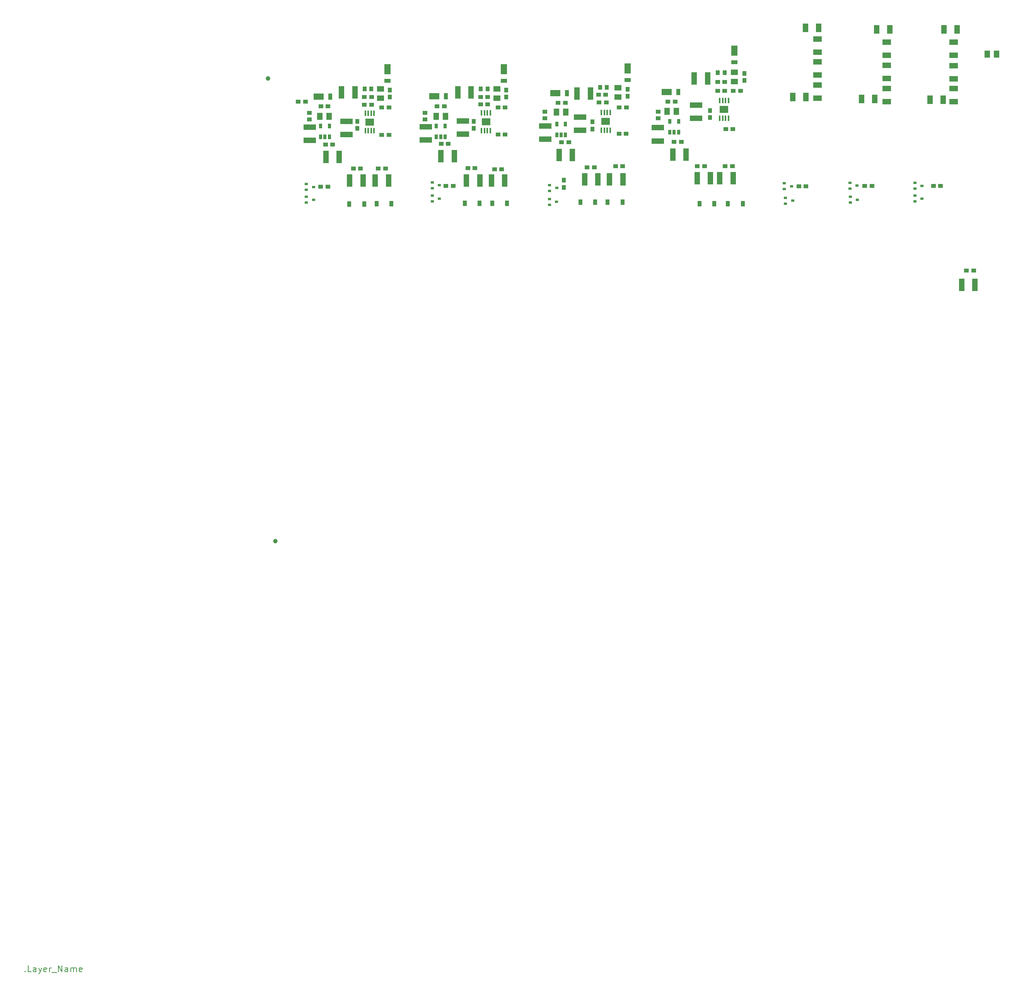
<source format=gbr>
%TF.GenerationSoftware,KiCad,Pcbnew,(5.99.0-10177-gd878cbddbc)*%
%TF.CreationDate,2021-05-11T02:45:32+02:00*%
%TF.ProjectId,TIDA-00555_E2,54494441-2d30-4303-9535-355f45322e6b,rev?*%
%TF.SameCoordinates,Original*%
%TF.FileFunction,Paste,Bot*%
%TF.FilePolarity,Positive*%
%FSLAX46Y46*%
G04 Gerber Fmt 4.6, Leading zero omitted, Abs format (unit mm)*
G04 Created by KiCad (PCBNEW (5.99.0-10177-gd878cbddbc)) date 2021-05-11 02:45:32*
%MOMM*%
%LPD*%
G01*
G04 APERTURE LIST*
%ADD10C,0.203200*%
%ADD11R,1.828800X1.295400*%
%ADD12R,0.990600X0.939800*%
%ADD13R,1.295400X1.828800*%
%ADD14R,0.914400X1.219200*%
%ADD15R,0.787400X0.584200*%
%ADD16R,2.692400X1.295400*%
%ADD17R,1.295400X2.692400*%
%ADD18R,1.600200X1.270000*%
%ADD19R,0.635000X1.092200*%
%ADD20R,1.397000X2.184400*%
%ADD21R,1.397000X0.889000*%
%ADD22R,2.184400X1.397000*%
%ADD23R,0.889000X1.397000*%
%ADD24R,1.270000X1.600200*%
%ADD25R,0.939800X0.990600*%
%ADD26R,0.381000X1.270000*%
%ADD27R,1.905000X1.524000*%
%ADD28C,0.990600*%
G04 APERTURE END LIST*
D10*
X27628508Y-229054572D02*
X27695274Y-229118048D01*
X27628508Y-229181524D01*
X27561742Y-229118048D01*
X27628508Y-229054572D01*
X27628508Y-229181524D01*
X28963822Y-229181524D02*
X28296165Y-229181524D01*
X28296165Y-227848532D01*
X30032074Y-229181524D02*
X30032074Y-228483290D01*
X29965308Y-228356338D01*
X29831777Y-228292862D01*
X29564714Y-228292862D01*
X29431182Y-228356338D01*
X30032074Y-229118048D02*
X29898542Y-229181524D01*
X29564714Y-229181524D01*
X29431182Y-229118048D01*
X29364417Y-228991096D01*
X29364417Y-228864145D01*
X29431182Y-228737193D01*
X29564714Y-228673717D01*
X29898542Y-228673717D01*
X30032074Y-228610241D01*
X30566200Y-228292862D02*
X30900028Y-229181524D01*
X31233857Y-228292862D02*
X30900028Y-229181524D01*
X30766497Y-229498903D01*
X30699731Y-229562379D01*
X30566200Y-229625854D01*
X32302108Y-229118048D02*
X32168577Y-229181524D01*
X31901514Y-229181524D01*
X31767982Y-229118048D01*
X31701217Y-228991096D01*
X31701217Y-228483290D01*
X31767982Y-228356338D01*
X31901514Y-228292862D01*
X32168577Y-228292862D01*
X32302108Y-228356338D01*
X32368874Y-228483290D01*
X32368874Y-228610241D01*
X31701217Y-228737193D01*
X32969765Y-229181524D02*
X32969765Y-228292862D01*
X32969765Y-228546766D02*
X33036531Y-228419814D01*
X33103297Y-228356338D01*
X33236828Y-228292862D01*
X33370360Y-228292862D01*
X33503891Y-229308475D02*
X34572142Y-229308475D01*
X34905971Y-229181524D02*
X34905971Y-227848532D01*
X35707160Y-229181524D01*
X35707160Y-227848532D01*
X36975708Y-229181524D02*
X36975708Y-228483290D01*
X36908942Y-228356338D01*
X36775411Y-228292862D01*
X36508348Y-228292862D01*
X36374817Y-228356338D01*
X36975708Y-229118048D02*
X36842177Y-229181524D01*
X36508348Y-229181524D01*
X36374817Y-229118048D01*
X36308051Y-228991096D01*
X36308051Y-228864145D01*
X36374817Y-228737193D01*
X36508348Y-228673717D01*
X36842177Y-228673717D01*
X36975708Y-228610241D01*
X37643365Y-229181524D02*
X37643365Y-228292862D01*
X37643365Y-228419814D02*
X37710131Y-228356338D01*
X37843662Y-228292862D01*
X38043960Y-228292862D01*
X38177491Y-228356338D01*
X38244257Y-228483290D01*
X38244257Y-229181524D01*
X38244257Y-228483290D02*
X38311022Y-228356338D01*
X38444554Y-228292862D01*
X38644851Y-228292862D01*
X38778382Y-228356338D01*
X38845148Y-228483290D01*
X38845148Y-229181524D01*
X40046931Y-229118048D02*
X39913400Y-229181524D01*
X39646337Y-229181524D01*
X39512805Y-229118048D01*
X39446040Y-228991096D01*
X39446040Y-228483290D01*
X39512805Y-228356338D01*
X39646337Y-228292862D01*
X39913400Y-228292862D01*
X40046931Y-228356338D01*
X40113697Y-228483290D01*
X40113697Y-228610241D01*
X39446040Y-228737193D01*
D11*
%TO.C,R67*%
X201101800Y-24841200D03*
X201101800Y-27736800D03*
%TD*%
%TO.C,R90*%
X230870600Y-25577800D03*
X230870600Y-28473400D03*
%TD*%
D12*
%TO.C,C150*%
X93380400Y-48006000D03*
X94955200Y-48006000D03*
%TD*%
D13*
%TO.C,FB9*%
X198485600Y-22402800D03*
X201381200Y-22402800D03*
%TD*%
D14*
%TO.C,D39*%
X123885800Y-60883800D03*
X127137000Y-60883800D03*
%TD*%
D15*
%TO.C,D19*%
X194091400Y-60934600D03*
X194091400Y-59664600D03*
X195666200Y-60299600D03*
%TD*%
D12*
%TO.C,C120*%
X144307400Y-38862000D03*
X145882200Y-38862000D03*
%TD*%
%TO.C,C125*%
X130388200Y-53441600D03*
X131963000Y-53441600D03*
%TD*%
%TO.C,R104*%
X103464200Y-37592000D03*
X101889400Y-37592000D03*
%TD*%
%TO.C,R101*%
X132725000Y-39852600D03*
X131150200Y-39852600D03*
%TD*%
D16*
%TO.C,C121*%
X141538800Y-46786800D03*
X141538800Y-43891200D03*
%TD*%
D17*
%TO.C,C27*%
X235569600Y-78740000D03*
X232674000Y-78740000D03*
%TD*%
D14*
%TO.C,D45*%
X98612800Y-61010800D03*
X101864000Y-61010800D03*
%TD*%
D13*
%TO.C,FB11*%
X214055800Y-22783800D03*
X216951400Y-22783800D03*
%TD*%
D15*
%TO.C,D35*%
X142427800Y-58115200D03*
X142427800Y-56845200D03*
X144002600Y-57480200D03*
%TD*%
D12*
%TO.C,R52*%
X197012400Y-57124600D03*
X198587200Y-57124600D03*
%TD*%
D18*
%TO.C,C126*%
X130921600Y-37820600D03*
X130921600Y-35788600D03*
%TD*%
D12*
%TO.C,R103*%
X107274200Y-39878000D03*
X105699400Y-39878000D03*
%TD*%
%TO.C,C109*%
X156880400Y-52705000D03*
X158455200Y-52705000D03*
%TD*%
%TO.C,C118*%
X145069400Y-47498000D03*
X146644200Y-47498000D03*
%TD*%
D11*
%TO.C,R81*%
X216265600Y-35712400D03*
X216265600Y-38608000D03*
%TD*%
D16*
%TO.C,C116*%
X149158800Y-41986200D03*
X149158800Y-44881800D03*
%TD*%
D11*
%TO.C,R91*%
X230921400Y-30683200D03*
X230921400Y-33578800D03*
%TD*%
D17*
%TO.C,C73*%
X179715000Y-55397400D03*
X182610600Y-55397400D03*
%TD*%
D12*
%TO.C,C136*%
X117815200Y-39624000D03*
X119390000Y-39624000D03*
%TD*%
D11*
%TO.C,R68*%
X201076400Y-29845000D03*
X201076400Y-32740600D03*
%TD*%
D12*
%TO.C,C134*%
X118704200Y-47853600D03*
X120279000Y-47853600D03*
%TD*%
D19*
%TO.C,U16*%
X170672600Y-45288200D03*
X169732800Y-45288200D03*
X168793000Y-45288200D03*
X168793000Y-42900600D03*
X170672600Y-42900600D03*
%TD*%
D17*
%TO.C,C82*%
X172323600Y-50190400D03*
X169428000Y-50190400D03*
%TD*%
D20*
%TO.C,D44*%
X106994800Y-31496000D03*
D21*
X106994800Y-34036000D03*
%TD*%
D12*
%TO.C,C140*%
X107274200Y-45847000D03*
X105699400Y-45847000D03*
%TD*%
%TO.C,C80*%
X174787400Y-52730400D03*
X176362200Y-52730400D03*
%TD*%
%TO.C,C74*%
X182585200Y-44602400D03*
X181010400Y-44602400D03*
%TD*%
D17*
%TO.C,C131*%
X122361800Y-36550600D03*
X125257400Y-36550600D03*
%TD*%
D16*
%TO.C,C153*%
X89976800Y-47040800D03*
X89976800Y-44145200D03*
%TD*%
D22*
%TO.C,D46*%
X91881800Y-37465000D03*
D23*
X94421800Y-37465000D03*
%TD*%
D17*
%TO.C,C128*%
X124266800Y-55854600D03*
X127162400Y-55854600D03*
%TD*%
D12*
%TO.C,C141*%
X104937400Y-53213000D03*
X106512200Y-53213000D03*
%TD*%
%TO.C,C127*%
X128915000Y-39217600D03*
X127340200Y-39217600D03*
%TD*%
D24*
%TO.C,R98*%
X240334800Y-28194000D03*
X238302800Y-28194000D03*
%TD*%
D25*
%TO.C,C122*%
X132953600Y-36017200D03*
X132953600Y-37592000D03*
%TD*%
D18*
%TO.C,C142*%
X105470800Y-37846000D03*
X105470800Y-35814000D03*
%TD*%
D16*
%TO.C,C81*%
X174558800Y-39344600D03*
X174558800Y-42240200D03*
%TD*%
D17*
%TO.C,C147*%
X96911000Y-36576000D03*
X99806600Y-36576000D03*
%TD*%
D12*
%TO.C,R95*%
X180807200Y-34315400D03*
X179232400Y-34315400D03*
%TD*%
%TO.C,C152*%
X92364400Y-39624000D03*
X93939200Y-39624000D03*
%TD*%
D17*
%TO.C,C149*%
X96377600Y-50673000D03*
X93482000Y-50673000D03*
%TD*%
D24*
%TO.C,C119*%
X145983800Y-40894000D03*
X143951800Y-40894000D03*
%TD*%
D14*
%TO.C,D21*%
X181493000Y-60934600D03*
X184744200Y-60934600D03*
%TD*%
D15*
%TO.C,D41*%
X116748400Y-57531000D03*
X116748400Y-56261000D03*
X118323200Y-56896000D03*
%TD*%
D25*
%TO.C,C114*%
X151825800Y-44602400D03*
X151825800Y-43027600D03*
%TD*%
D13*
%TO.C,FB12*%
X228813200Y-22758400D03*
X231708800Y-22758400D03*
%TD*%
D17*
%TO.C,C123*%
X129727800Y-55854600D03*
X132623400Y-55854600D03*
%TD*%
D25*
%TO.C,FB17*%
X153502200Y-35433000D03*
X154975400Y-35433000D03*
%TD*%
D18*
%TO.C,C72*%
X182940800Y-34188400D03*
X182940800Y-32156400D03*
%TD*%
D15*
%TO.C,D18*%
X208188400Y-57632600D03*
X208188400Y-56362600D03*
X209763200Y-56997600D03*
%TD*%
D11*
%TO.C,R80*%
X216240200Y-30632400D03*
X216240200Y-33528000D03*
%TD*%
D24*
%TO.C,C84*%
X170164600Y-40741600D03*
X168132600Y-40741600D03*
%TD*%
D17*
%TO.C,C139*%
X104277000Y-55880000D03*
X107172600Y-55880000D03*
%TD*%
D25*
%TO.C,C78*%
X177606800Y-42087800D03*
X177606800Y-40513000D03*
%TD*%
D20*
%TO.C,D31*%
X159496600Y-31343600D03*
D21*
X159496600Y-33883600D03*
%TD*%
D15*
%TO.C,D16*%
X222412400Y-60477400D03*
X222412400Y-59207400D03*
X223987200Y-59842400D03*
%TD*%
D12*
%TO.C,C145*%
X99476400Y-53213000D03*
X101051200Y-53213000D03*
%TD*%
%TO.C,FB20*%
X115199000Y-42494200D03*
X115199000Y-41021000D03*
%TD*%
D22*
%TO.C,D24*%
X168056400Y-36474400D03*
D23*
X170596400Y-36474400D03*
%TD*%
D25*
%TO.C,FB21*%
X101940200Y-35814000D03*
X103413400Y-35814000D03*
%TD*%
D12*
%TO.C,FB18*%
X141411800Y-42265600D03*
X141411800Y-40792400D03*
%TD*%
D17*
%TO.C,C144*%
X98689000Y-55880000D03*
X101584600Y-55880000D03*
%TD*%
D19*
%TO.C,U20*%
X145907600Y-45897800D03*
X144967800Y-45897800D03*
X144028000Y-45897800D03*
X144028000Y-43510200D03*
X145907600Y-43510200D03*
%TD*%
D11*
%TO.C,R79*%
X216265600Y-25527000D03*
X216265600Y-28422600D03*
%TD*%
D12*
%TO.C,R105*%
X87411400Y-38608000D03*
X88986200Y-38608000D03*
%TD*%
%TO.C,C107*%
X159217200Y-45593000D03*
X157642400Y-45593000D03*
%TD*%
D11*
%TO.C,R69*%
X201076400Y-34950400D03*
X201076400Y-37846000D03*
%TD*%
D25*
%TO.C,FB19*%
X127391000Y-35788600D03*
X128864200Y-35788600D03*
%TD*%
D16*
%TO.C,C137*%
X115300600Y-47015400D03*
X115300600Y-44119800D03*
%TD*%
D14*
%TO.C,D32*%
X155153200Y-60579000D03*
X158404400Y-60579000D03*
%TD*%
%TO.C,D23*%
X175270000Y-60985400D03*
X178521200Y-60985400D03*
%TD*%
D12*
%TO.C,C129*%
X124546200Y-53187600D03*
X126121000Y-53187600D03*
%TD*%
D13*
%TO.C,R70*%
X198587200Y-37566600D03*
X195691600Y-37566600D03*
%TD*%
D12*
%TO.C,FB22*%
X89849800Y-42519600D03*
X89849800Y-41046400D03*
%TD*%
D15*
%TO.C,D17*%
X208264600Y-60706000D03*
X208264600Y-59436000D03*
X209839400Y-60071000D03*
%TD*%
D12*
%TO.C,C113*%
X150657400Y-52959000D03*
X152232200Y-52959000D03*
%TD*%
D17*
%TO.C,C115*%
X148473000Y-36855400D03*
X151368600Y-36855400D03*
%TD*%
D12*
%TO.C,C83*%
X169707400Y-47396400D03*
X171282200Y-47396400D03*
%TD*%
D25*
%TO.C,FB13*%
X179283200Y-32283400D03*
X180756400Y-32283400D03*
%TD*%
D22*
%TO.C,D34*%
X143672400Y-36703000D03*
D23*
X146212400Y-36703000D03*
%TD*%
D26*
%TO.C,U21*%
X127543400Y-41071800D03*
X128203800Y-41071800D03*
X128838800Y-41071800D03*
X129473800Y-41071800D03*
X129473800Y-44958000D03*
X128838800Y-44958000D03*
X128203800Y-44958000D03*
X127543400Y-44958000D03*
D27*
X128508600Y-43027600D03*
%TD*%
D19*
%TO.C,U22*%
X119542400Y-46278800D03*
X118602600Y-46278800D03*
X117662800Y-46278800D03*
X117662800Y-43891200D03*
X119542400Y-43891200D03*
%TD*%
D28*
%TO.C,FID5*%
X82423000Y-134874000D03*
%TD*%
D12*
%TO.C,C75*%
X180883400Y-52730400D03*
X182458200Y-52730400D03*
%TD*%
D14*
%TO.C,D37*%
X129880200Y-60858400D03*
X133131400Y-60858400D03*
%TD*%
D24*
%TO.C,C151*%
X94167800Y-41783000D03*
X92135800Y-41783000D03*
%TD*%
D12*
%TO.C,C111*%
X154848400Y-38785800D03*
X153273600Y-38785800D03*
%TD*%
D26*
%TO.C,U19*%
X153781600Y-40970200D03*
X154442000Y-40970200D03*
X155077000Y-40970200D03*
X155712000Y-40970200D03*
X155712000Y-44856400D03*
X155077000Y-44856400D03*
X154442000Y-44856400D03*
X153781600Y-44856400D03*
D27*
X154746800Y-42926000D03*
%TD*%
D26*
%TO.C,U23*%
X102092600Y-41097200D03*
X102753000Y-41097200D03*
X103388000Y-41097200D03*
X104023000Y-41097200D03*
X104023000Y-44983400D03*
X103388000Y-44983400D03*
X102753000Y-44983400D03*
X102092600Y-44983400D03*
D27*
X103057800Y-43053000D03*
%TD*%
D17*
%TO.C,C79*%
X174127000Y-33553400D03*
X177022600Y-33553400D03*
%TD*%
D12*
%TO.C,R102*%
X128915000Y-37566600D03*
X127340200Y-37566600D03*
%TD*%
D18*
%TO.C,C110*%
X157439200Y-37566600D03*
X157439200Y-35534600D03*
%TD*%
D25*
%TO.C,C138*%
X107502800Y-36042600D03*
X107502800Y-37617400D03*
%TD*%
D16*
%TO.C,C132*%
X123428600Y-42849800D03*
X123428600Y-45745400D03*
%TD*%
D20*
%TO.C,D38*%
X132445600Y-31470600D03*
D21*
X132445600Y-34010600D03*
%TD*%
D24*
%TO.C,C135*%
X119618600Y-41783000D03*
X117586600Y-41783000D03*
%TD*%
D25*
%TO.C,R47*%
X145577400Y-57378600D03*
X145577400Y-55803800D03*
%TD*%
D28*
%TO.C,FID6*%
X80832800Y-33528000D03*
%TD*%
D14*
%TO.C,D33*%
X149184200Y-60579000D03*
X152435400Y-60579000D03*
%TD*%
D17*
%TO.C,C77*%
X174762000Y-55397400D03*
X177657600Y-55397400D03*
%TD*%
D12*
%TO.C,R44*%
X119771000Y-57073800D03*
X121345800Y-57073800D03*
%TD*%
D20*
%TO.C,D22*%
X182940800Y-27457400D03*
D21*
X182940800Y-29997400D03*
%TD*%
D15*
%TO.C,D47*%
X89189400Y-57912000D03*
X89189400Y-56642000D03*
X90764200Y-57277000D03*
%TD*%
D25*
%TO.C,C106*%
X159496600Y-35864800D03*
X159496600Y-37439600D03*
%TD*%
D17*
%TO.C,C112*%
X150124000Y-55626000D03*
X153019600Y-55626000D03*
%TD*%
%TO.C,C108*%
X155585000Y-55626000D03*
X158480600Y-55626000D03*
%TD*%
%TO.C,C133*%
X121574400Y-50520600D03*
X118678800Y-50520600D03*
%TD*%
D26*
%TO.C,U15*%
X179689600Y-38328600D03*
X180350000Y-38328600D03*
X180985000Y-38328600D03*
X181620000Y-38328600D03*
X181620000Y-42214800D03*
X180985000Y-42214800D03*
X180350000Y-42214800D03*
X179689600Y-42214800D03*
D27*
X180654800Y-40284400D03*
%TD*%
D12*
%TO.C,C143*%
X103464200Y-39243000D03*
X101889400Y-39243000D03*
%TD*%
%TO.C,R99*%
X159268000Y-39827200D03*
X157693200Y-39827200D03*
%TD*%
D25*
%TO.C,C71*%
X185099800Y-32385000D03*
X185099800Y-33959800D03*
%TD*%
D15*
%TO.C,D20*%
X193837400Y-57759600D03*
X193837400Y-56489600D03*
X195412200Y-57124600D03*
%TD*%
D12*
%TO.C,C85*%
X168361200Y-38582600D03*
X169936000Y-38582600D03*
%TD*%
%TO.C,C124*%
X132725000Y-45821600D03*
X131150200Y-45821600D03*
%TD*%
D14*
%TO.C,D43*%
X104581800Y-60960000D03*
X107833000Y-60960000D03*
%TD*%
D15*
%TO.C,D15*%
X222412400Y-57658000D03*
X222412400Y-56388000D03*
X223987200Y-57023000D03*
%TD*%
%TO.C,D36*%
X142402400Y-61163200D03*
X142402400Y-59893200D03*
X143977200Y-60528200D03*
%TD*%
%TO.C,D42*%
X116748400Y-60452000D03*
X116748400Y-59182000D03*
X118323200Y-59817000D03*
%TD*%
D17*
%TO.C,C117*%
X147431600Y-50292000D03*
X144536000Y-50292000D03*
%TD*%
D19*
%TO.C,U24*%
X94218600Y-46278800D03*
X93278800Y-46278800D03*
X92339000Y-46278800D03*
X92339000Y-43891200D03*
X94218600Y-43891200D03*
%TD*%
D12*
%TO.C,C76*%
X179232400Y-36220400D03*
X180807200Y-36220400D03*
%TD*%
D16*
%TO.C,C86*%
X166176800Y-47193200D03*
X166176800Y-44297600D03*
%TD*%
D25*
%TO.C,C146*%
X100390800Y-44475400D03*
X100390800Y-42900600D03*
%TD*%
D12*
%TO.C,R97*%
X211465000Y-57023000D03*
X213039800Y-57023000D03*
%TD*%
D11*
%TO.C,R92*%
X230921400Y-35712400D03*
X230921400Y-38608000D03*
%TD*%
D12*
%TO.C,R107*%
X226476400Y-57048400D03*
X228051200Y-57048400D03*
%TD*%
D16*
%TO.C,C148*%
X97977800Y-42875200D03*
X97977800Y-45770800D03*
%TD*%
D12*
%TO.C,R100*%
X154746800Y-37058600D03*
X153172000Y-37058600D03*
%TD*%
D13*
%TO.C,R93*%
X228660800Y-38201600D03*
X225765200Y-38201600D03*
%TD*%
D15*
%TO.C,D48*%
X89189400Y-60706000D03*
X89189400Y-59436000D03*
X90764200Y-60071000D03*
%TD*%
D22*
%TO.C,D40*%
X117205600Y-37439600D03*
D23*
X119745600Y-37439600D03*
%TD*%
D12*
%TO.C,R94*%
X184236200Y-36220400D03*
X182661400Y-36220400D03*
%TD*%
%TO.C,R39*%
X92339000Y-57251600D03*
X93913800Y-57251600D03*
%TD*%
%TO.C,FB14*%
X166227600Y-42240200D03*
X166227600Y-40767000D03*
%TD*%
D25*
%TO.C,C130*%
X125841600Y-44450000D03*
X125841600Y-42875200D03*
%TD*%
D12*
%TO.C,C30*%
X235290200Y-75565000D03*
X233715400Y-75565000D03*
%TD*%
D13*
%TO.C,R82*%
X213624000Y-37998400D03*
X210728400Y-37998400D03*
%TD*%
M02*

</source>
